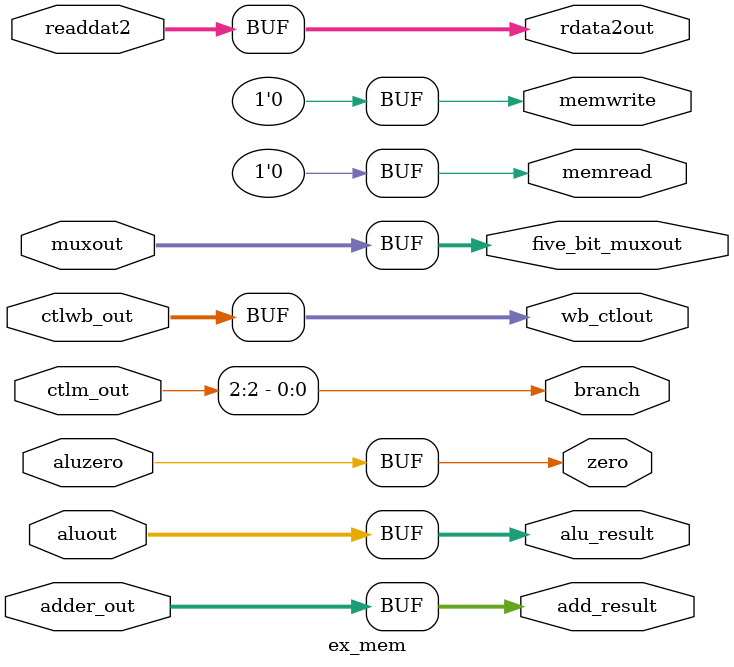
<source format=v>
/* ex_mem.v */
module ex_mem(
	input		wire	[1:0]	ctlwb_out,
	input		wire	[2:0]	ctlm_out,
	input		wire	[31:0]	adder_out,
	input		wire		aluzero,
	input		wire	[31:0]	aluout, readdat2,
	input		wire	[4:0]	muxout,
	output	reg	[1:0]	wb_ctlout,
	output	reg		branch, memread, memwrite,
	output	reg	[31:0]	add_result,
	output	reg		zero,
	output	reg	[31:0]	alu_result, rdata2out,
	output	reg	[4:0]	five_bit_muxout
    );

	initial begin
		wb_ctlout <= 0; 
		branch <= 0; memread <= 0; memwrite <= 0;
		add_result <= 0;
		zero <= 0;
		alu_result <= 0; rdata2out <= 0;
		five_bit_muxout <= 0;
	end

	always@* begin
		#1 //Update Delay
		
		//Use Fig 3.7 to assign the inputs to the outputs 
		wb_ctlout <= ctlwb_out;
		branch <= ctlm_out[2];    /* branch, memread, and memwrite are not listed in Fig 3.7 
		memread <= ctlm_out[0];       so what do we do wit them?
		memwrite <= ctlm_out[1];     Well we code them, obviously.
                   	                          Here's your hint for these 3: 
                                                               Look at their size (listed in the port listings on top)
                                                               Figure out which input wire needs to get assigned to them.
                                                               Then trace the wires in the "MIPS Data Path Diagram" 
                                              */
            
        add_result <= adder_out;   
		zero <= aluzero;
		alu_result <= aluout;
		rdata2out <= readdat2;
		five_bit_muxout <= muxout;
	end

endmodule // ex_mem

</source>
